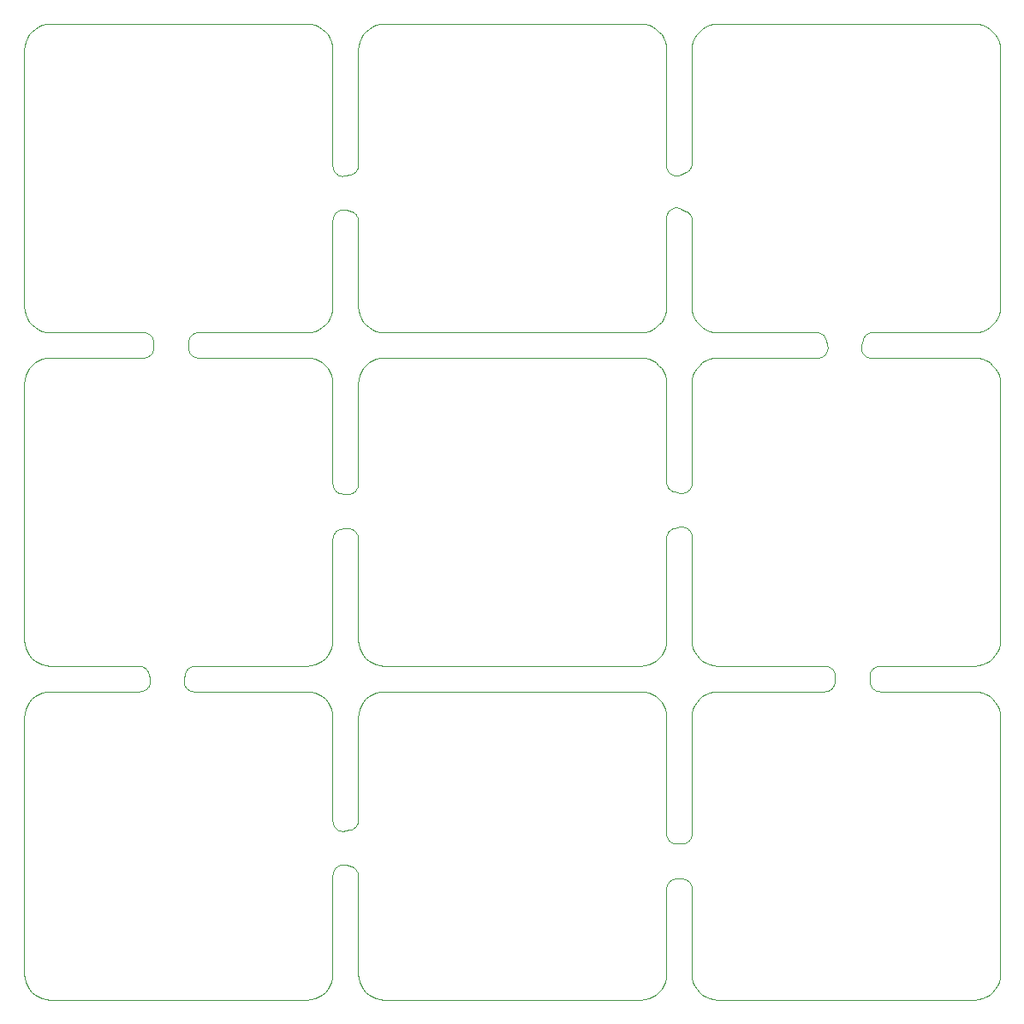
<source format=gko>
%MOIN*%
%OFA0B0*%
%FSLAX44Y44*%
%IPPOS*%
%LPD*%
%ADD10C,0*%
D10*
X00011999Y00023992D02*
X00011999Y00023992D01*
X00011987Y00024148D01*
X00011951Y00024301D01*
X00011891Y00024446D01*
X00011809Y00024579D01*
X00011707Y00024699D01*
X00011587Y00024801D01*
X00011453Y00024883D01*
X00011309Y00024943D01*
X00011156Y00024979D01*
X00011000Y00024992D01*
X00006769Y00024992D01*
X00006737Y00024993D01*
X00006706Y00024997D01*
X00006675Y00025003D01*
X00006645Y00025012D01*
X00006615Y00025023D01*
X00006587Y00025036D01*
X00006559Y00025052D01*
X00006533Y00025070D01*
X00006509Y00025089D01*
X00006486Y00025111D01*
X00006465Y00025135D01*
X00006446Y00025160D01*
X00006429Y00025186D01*
X00006414Y00025214D01*
X00006402Y00025243D01*
X00006391Y00025273D01*
X00006384Y00025303D01*
X00006378Y00025334D01*
X00006375Y00025366D01*
X00006375Y00025397D01*
X00006381Y00025602D01*
X00006383Y00025632D01*
X00006388Y00025662D01*
X00006394Y00025692D01*
X00006403Y00025721D01*
X00006415Y00025749D01*
X00006428Y00025776D01*
X00006443Y00025802D01*
X00006461Y00025827D01*
X00006480Y00025851D01*
X00006501Y00025873D01*
X00006523Y00025893D01*
X00006547Y00025911D01*
X00006573Y00025928D01*
X00006599Y00025942D01*
X00006627Y00025955D01*
X00006655Y00025965D01*
X00006685Y00025973D01*
X00006714Y00025979D01*
X00006744Y00025983D01*
X00006775Y00025984D01*
X00011000Y00025984D01*
X00011156Y00025996D01*
X00011309Y00026033D01*
X00011453Y00026093D01*
X00011587Y00026175D01*
X00011707Y00026277D01*
X00011809Y00026396D01*
X00011891Y00026530D01*
X00011951Y00026675D01*
X00011987Y00026827D01*
X00011999Y00026984D01*
X00011999Y00030356D01*
X00012001Y00030390D01*
X00012006Y00030425D01*
X00012013Y00030459D01*
X00012024Y00030492D01*
X00012037Y00030524D01*
X00012053Y00030554D01*
X00012072Y00030583D01*
X00012093Y00030611D01*
X00012117Y00030636D01*
X00012142Y00030659D01*
X00012170Y00030680D01*
X00012199Y00030698D01*
X00012230Y00030714D01*
X00012262Y00030727D01*
X00012296Y00030737D01*
X00012329Y00030744D01*
X00012364Y00030748D01*
X00012398Y00030749D01*
X00012433Y00030747D01*
X00012467Y00030742D01*
X00012672Y00030703D01*
X00012699Y00030697D01*
X00012725Y00030689D01*
X00012750Y00030680D01*
X00012775Y00030668D01*
X00012799Y00030655D01*
X00012821Y00030641D01*
X00012843Y00030624D01*
X00012864Y00030607D01*
X00012883Y00030588D01*
X00012901Y00030567D01*
X00012918Y00030546D01*
X00012933Y00030523D01*
X00012947Y00030500D01*
X00012958Y00030475D01*
X00012968Y00030450D01*
X00012977Y00030424D01*
X00012983Y00030398D01*
X00012988Y00030371D01*
X00012991Y00030344D01*
X00012992Y00030317D01*
X00012992Y00026984D01*
X00013004Y00026827D01*
X00013041Y00026675D01*
X00013101Y00026530D01*
X00013183Y00026396D01*
X00013285Y00026277D01*
X00013404Y00026175D01*
X00013538Y00026093D01*
X00013683Y00026033D01*
X00013835Y00025996D01*
X00013992Y00025984D01*
X00023992Y00025984D01*
X00024148Y00025996D01*
X00024301Y00026033D01*
X00024446Y00026093D01*
X00024579Y00026175D01*
X00024699Y00026277D01*
X00024801Y00026396D01*
X00024883Y00026530D01*
X00024943Y00026675D01*
X00024979Y00026827D01*
X00024992Y00026984D01*
X00024992Y00030444D01*
X00024994Y00030484D01*
X00025000Y00030524D01*
X00025010Y00030563D01*
X00025024Y00030600D01*
X00025041Y00030636D01*
X00025063Y00030670D01*
X00025087Y00030701D01*
X00025115Y00030730D01*
X00025145Y00030756D01*
X00025178Y00030779D01*
X00025213Y00030798D01*
X00025250Y00030814D01*
X00025288Y00030826D01*
X00025327Y00030834D01*
X00025367Y00030838D01*
X00025407Y00030837D01*
X00025447Y00030833D01*
X00025486Y00030825D01*
X00025524Y00030813D01*
X00025561Y00030797D01*
X00025766Y00030695D01*
X00025785Y00030684D01*
X00025804Y00030673D01*
X00025822Y00030661D01*
X00025839Y00030648D01*
X00025855Y00030633D01*
X00025871Y00030618D01*
X00025886Y00030602D01*
X00025900Y00030585D01*
X00025913Y00030568D01*
X00025925Y00030550D01*
X00025936Y00030531D01*
X00025946Y00030511D01*
X00025954Y00030491D01*
X00025962Y00030471D01*
X00025969Y00030450D01*
X00025974Y00030429D01*
X00025978Y00030408D01*
X00025981Y00030386D01*
X00025983Y00030364D01*
X00025984Y00030342D01*
X00025984Y00026984D01*
X00025996Y00026827D01*
X00026033Y00026675D01*
X00026093Y00026530D01*
X00026175Y00026396D01*
X00026277Y00026277D01*
X00026396Y00026175D01*
X00026530Y00026093D01*
X00026675Y00026033D01*
X00026827Y00025996D01*
X00026984Y00025984D01*
X00030824Y00025984D01*
X00030850Y00025983D01*
X00030876Y00025980D01*
X00030901Y00025976D01*
X00030927Y00025970D01*
X00030951Y00025963D01*
X00030975Y00025954D01*
X00030999Y00025943D01*
X00031022Y00025931D01*
X00031044Y00025917D01*
X00031065Y00025902D01*
X00031085Y00025885D01*
X00031103Y00025868D01*
X00031121Y00025849D01*
X00031137Y00025829D01*
X00031152Y00025808D01*
X00031166Y00025786D01*
X00031178Y00025763D01*
X00031189Y00025739D01*
X00031198Y00025715D01*
X00031205Y00025690D01*
X00031259Y00025486D01*
X00031266Y00025450D01*
X00031271Y00025415D01*
X00031272Y00025379D01*
X00031270Y00025343D01*
X00031264Y00025307D01*
X00031255Y00025272D01*
X00031243Y00025238D01*
X00031228Y00025206D01*
X00031211Y00025174D01*
X00031190Y00025145D01*
X00031167Y00025117D01*
X00031141Y00025092D01*
X00031113Y00025069D01*
X00031083Y00025049D01*
X00031052Y00025032D01*
X00031019Y00025018D01*
X00030985Y00025006D01*
X00030950Y00024998D01*
X00030914Y00024993D01*
X00030878Y00024992D01*
X00026984Y00024992D01*
X00026827Y00024979D01*
X00026675Y00024943D01*
X00026530Y00024883D01*
X00026396Y00024801D01*
X00026277Y00024699D01*
X00026175Y00024579D01*
X00026093Y00024446D01*
X00026033Y00024301D01*
X00025996Y00024148D01*
X00025984Y00023992D01*
X00025984Y00020118D01*
X00025982Y00020083D01*
X00025978Y00020048D01*
X00025970Y00020014D01*
X00025959Y00019981D01*
X00025946Y00019949D01*
X00025930Y00019918D01*
X00025911Y00019889D01*
X00025889Y00019861D01*
X00025865Y00019836D01*
X00025839Y00019813D01*
X00025811Y00019792D01*
X00025782Y00019774D01*
X00025751Y00019758D01*
X00025718Y00019745D01*
X00025685Y00019735D01*
X00025651Y00019729D01*
X00025616Y00019725D01*
X00025581Y00019724D01*
X00025546Y00019726D01*
X00025512Y00019732D01*
X00025307Y00019773D01*
X00025281Y00019779D01*
X00025255Y00019787D01*
X00025230Y00019797D01*
X00025206Y00019809D01*
X00025182Y00019822D01*
X00025159Y00019837D01*
X00025138Y00019853D01*
X00025117Y00019870D01*
X00025098Y00019890D01*
X00025081Y00019910D01*
X00025064Y00019931D01*
X00025049Y00019954D01*
X00025036Y00019977D01*
X00025024Y00020002D01*
X00025015Y00020027D01*
X00025006Y00020052D01*
X00025000Y00020079D01*
X00024995Y00020105D01*
X00024993Y00020132D01*
X00024992Y00020159D01*
X00024992Y00023992D01*
X00024979Y00024148D01*
X00024943Y00024301D01*
X00024883Y00024446D01*
X00024801Y00024579D01*
X00024699Y00024699D01*
X00024579Y00024801D01*
X00024446Y00024883D01*
X00024301Y00024943D01*
X00024148Y00024979D01*
X00023992Y00024992D01*
X00013992Y00024992D01*
X00013835Y00024979D01*
X00013683Y00024943D01*
X00013538Y00024883D01*
X00013404Y00024801D01*
X00013285Y00024699D01*
X00013183Y00024579D01*
X00013101Y00024446D01*
X00013041Y00024301D01*
X00013004Y00024148D01*
X00012992Y00023992D01*
X00012992Y00020084D01*
X00012990Y00020052D01*
X00012987Y00020021D01*
X00012980Y00019990D01*
X00012971Y00019959D01*
X00012960Y00019929D01*
X00012947Y00019901D01*
X00012931Y00019873D01*
X00012913Y00019847D01*
X00012893Y00019823D01*
X00012871Y00019800D01*
X00012847Y00019779D01*
X00012821Y00019760D01*
X00012795Y00019743D01*
X00012767Y00019728D01*
X00012737Y00019716D01*
X00012707Y00019706D01*
X00012676Y00019698D01*
X00012645Y00019693D01*
X00012614Y00019690D01*
X00012582Y00019690D01*
X00012377Y00019699D01*
X00012347Y00019701D01*
X00012317Y00019706D01*
X00012288Y00019713D01*
X00012259Y00019722D01*
X00012231Y00019733D01*
X00012205Y00019747D01*
X00012179Y00019762D01*
X00012154Y00019779D01*
X00012131Y00019799D01*
X00012109Y00019820D01*
X00012089Y00019842D01*
X00012071Y00019866D01*
X00012055Y00019891D01*
X00012040Y00019918D01*
X00012028Y00019945D01*
X00012018Y00019974D01*
X00012010Y00020003D01*
X00012004Y00020032D01*
X00012001Y00020062D01*
X00011999Y00020092D01*
X00011999Y00023992D01*
X00011999Y00011000D02*
X00011999Y00011000D01*
X00011987Y00011156D01*
X00011951Y00011309D01*
X00011891Y00011453D01*
X00011809Y00011587D01*
X00011707Y00011707D01*
X00011587Y00011809D01*
X00011453Y00011891D01*
X00011309Y00011951D01*
X00011156Y00011987D01*
X00011000Y00012000D01*
X00006597Y00012000D01*
X00006562Y00012001D01*
X00006528Y00012006D01*
X00006494Y00012013D01*
X00006461Y00012024D01*
X00006429Y00012037D01*
X00006398Y00012053D01*
X00006369Y00012072D01*
X00006342Y00012093D01*
X00006317Y00012117D01*
X00006293Y00012142D01*
X00006272Y00012170D01*
X00006254Y00012199D01*
X00006238Y00012230D01*
X00006225Y00012262D01*
X00006215Y00012296D01*
X00006208Y00012329D01*
X00006204Y00012364D01*
X00006203Y00012399D01*
X00006205Y00012433D01*
X00006210Y00012467D01*
X00006249Y00012672D01*
X00006255Y00012699D01*
X00006263Y00012725D01*
X00006273Y00012750D01*
X00006284Y00012775D01*
X00006297Y00012799D01*
X00006312Y00012821D01*
X00006328Y00012843D01*
X00006346Y00012864D01*
X00006365Y00012883D01*
X00006385Y00012901D01*
X00006407Y00012918D01*
X00006429Y00012933D01*
X00006453Y00012947D01*
X00006478Y00012958D01*
X00006503Y00012968D01*
X00006529Y00012977D01*
X00006555Y00012983D01*
X00006582Y00012988D01*
X00006609Y00012991D01*
X00006636Y00012992D01*
X00011000Y00012992D01*
X00011156Y00013004D01*
X00011309Y00013041D01*
X00011453Y00013101D01*
X00011587Y00013183D01*
X00011707Y00013285D01*
X00011809Y00013404D01*
X00011891Y00013538D01*
X00011951Y00013683D01*
X00011987Y00013835D01*
X00011999Y00013992D01*
X00011999Y00017940D01*
X00012001Y00017970D01*
X00012004Y00018000D01*
X00012010Y00018030D01*
X00012018Y00018059D01*
X00012028Y00018087D01*
X00012040Y00018115D01*
X00012055Y00018141D01*
X00012071Y00018166D01*
X00012089Y00018190D01*
X00012109Y00018213D01*
X00012131Y00018234D01*
X00012154Y00018253D01*
X00012179Y00018270D01*
X00012205Y00018286D01*
X00012231Y00018299D01*
X00012259Y00018310D01*
X00012288Y00018320D01*
X00012317Y00018326D01*
X00012347Y00018331D01*
X00012377Y00018334D01*
X00012582Y00018342D01*
X00012614Y00018342D01*
X00012645Y00018339D01*
X00012676Y00018334D01*
X00012707Y00018327D01*
X00012737Y00018317D01*
X00012767Y00018304D01*
X00012795Y00018290D01*
X00012821Y00018273D01*
X00012847Y00018254D01*
X00012871Y00018233D01*
X00012893Y00018210D01*
X00012913Y00018185D01*
X00012931Y00018159D01*
X00012947Y00018132D01*
X00012960Y00018103D01*
X00012971Y00018073D01*
X00012980Y00018043D01*
X00012987Y00018012D01*
X00012990Y00017980D01*
X00012992Y00017949D01*
X00012992Y00013992D01*
X00013004Y00013835D01*
X00013041Y00013683D01*
X00013101Y00013538D01*
X00013183Y00013404D01*
X00013285Y00013285D01*
X00013404Y00013183D01*
X00013538Y00013101D01*
X00013683Y00013041D01*
X00013835Y00013004D01*
X00013992Y00012992D01*
X00023992Y00012992D01*
X00024148Y00013004D01*
X00024301Y00013041D01*
X00024446Y00013101D01*
X00024579Y00013183D01*
X00024699Y00013285D01*
X00024801Y00013404D01*
X00024883Y00013538D01*
X00024943Y00013683D01*
X00024979Y00013835D01*
X00024992Y00013992D01*
X00024992Y00017976D01*
X00024993Y00018003D01*
X00024995Y00018030D01*
X00025000Y00018056D01*
X00025006Y00018083D01*
X00025015Y00018108D01*
X00025024Y00018133D01*
X00025036Y00018158D01*
X00025049Y00018181D01*
X00025064Y00018204D01*
X00025081Y00018225D01*
X00025098Y00018246D01*
X00025117Y00018265D01*
X00025138Y00018282D01*
X00025159Y00018299D01*
X00025182Y00018313D01*
X00025206Y00018326D01*
X00025230Y00018338D01*
X00025255Y00018348D01*
X00025281Y00018356D01*
X00025307Y00018362D01*
X00025512Y00018403D01*
X00025546Y00018409D01*
X00025581Y00018411D01*
X00025616Y00018410D01*
X00025651Y00018407D01*
X00025685Y00018400D01*
X00025718Y00018390D01*
X00025751Y00018377D01*
X00025782Y00018361D01*
X00025811Y00018343D01*
X00025839Y00018322D01*
X00025865Y00018299D01*
X00025889Y00018274D01*
X00025911Y00018246D01*
X00025930Y00018217D01*
X00025946Y00018186D01*
X00025959Y00018154D01*
X00025970Y00018121D01*
X00025978Y00018087D01*
X00025982Y00018052D01*
X00025984Y00018018D01*
X00025984Y00013992D01*
X00025996Y00013835D01*
X00026033Y00013683D01*
X00026093Y00013538D01*
X00026175Y00013404D01*
X00026277Y00013285D01*
X00026396Y00013183D01*
X00026530Y00013101D01*
X00026675Y00013041D01*
X00026827Y00013004D01*
X00026984Y00012992D01*
X00031162Y00012992D01*
X00031194Y00012990D01*
X00031225Y00012987D01*
X00031256Y00012980D01*
X00031287Y00012971D01*
X00031316Y00012960D01*
X00031345Y00012946D01*
X00031372Y00012931D01*
X00031399Y00012913D01*
X00031423Y00012893D01*
X00031446Y00012871D01*
X00031467Y00012847D01*
X00031486Y00012821D01*
X00031503Y00012795D01*
X00031518Y00012767D01*
X00031530Y00012737D01*
X00031540Y00012707D01*
X00031548Y00012676D01*
X00031553Y00012645D01*
X00031555Y00012614D01*
X00031555Y00012582D01*
X00031547Y00012377D01*
X00031545Y00012347D01*
X00031540Y00012317D01*
X00031533Y00012288D01*
X00031524Y00012259D01*
X00031513Y00012231D01*
X00031499Y00012205D01*
X00031484Y00012179D01*
X00031466Y00012154D01*
X00031447Y00012131D01*
X00031426Y00012109D01*
X00031404Y00012089D01*
X00031380Y00012071D01*
X00031355Y00012055D01*
X00031328Y00012040D01*
X00031301Y00012028D01*
X00031272Y00012018D01*
X00031243Y00012010D01*
X00031214Y00012004D01*
X00031184Y00012001D01*
X00031154Y00012000D01*
X00026984Y00012000D01*
X00026827Y00011987D01*
X00026675Y00011951D01*
X00026530Y00011891D01*
X00026396Y00011809D01*
X00026277Y00011707D01*
X00026175Y00011587D01*
X00026093Y00011453D01*
X00026033Y00011309D01*
X00025996Y00011156D01*
X00025984Y00011000D01*
X00025984Y00006466D01*
X00025983Y00006436D01*
X00025979Y00006406D01*
X00025973Y00006376D01*
X00025965Y00006347D01*
X00025955Y00006318D01*
X00025942Y00006291D01*
X00025928Y00006264D01*
X00025911Y00006239D01*
X00025893Y00006215D01*
X00025873Y00006192D01*
X00025851Y00006171D01*
X00025827Y00006152D01*
X00025802Y00006135D01*
X00025776Y00006119D01*
X00025749Y00006106D01*
X00025721Y00006095D01*
X00025692Y00006086D01*
X00025662Y00006079D01*
X00025632Y00006075D01*
X00025602Y00006073D01*
X00025397Y00006067D01*
X00025366Y00006067D01*
X00025334Y00006070D01*
X00025303Y00006075D01*
X00025273Y00006083D01*
X00025243Y00006093D01*
X00025214Y00006106D01*
X00025186Y00006120D01*
X00025160Y00006137D01*
X00025135Y00006157D01*
X00025111Y00006178D01*
X00025089Y00006200D01*
X00025070Y00006225D01*
X00025052Y00006251D01*
X00025036Y00006278D01*
X00025023Y00006307D01*
X00025012Y00006336D01*
X00025003Y00006366D01*
X00024997Y00006397D01*
X00024993Y00006429D01*
X00024992Y00006460D01*
X00024992Y00011000D01*
X00024979Y00011156D01*
X00024943Y00011309D01*
X00024883Y00011453D01*
X00024801Y00011587D01*
X00024699Y00011707D01*
X00024579Y00011809D01*
X00024446Y00011891D01*
X00024301Y00011951D01*
X00024148Y00011987D01*
X00023992Y00012000D01*
X00013992Y00012000D01*
X00013835Y00011987D01*
X00013683Y00011951D01*
X00013538Y00011891D01*
X00013404Y00011809D01*
X00013285Y00011707D01*
X00013183Y00011587D01*
X00013101Y00011453D01*
X00013041Y00011309D01*
X00013004Y00011156D01*
X00012992Y00011000D01*
X00012992Y00006996D01*
X00012991Y00006969D01*
X00012988Y00006942D01*
X00012983Y00006915D01*
X00012977Y00006889D01*
X00012968Y00006863D01*
X00012958Y00006837D01*
X00012947Y00006813D01*
X00012933Y00006789D01*
X00012918Y00006767D01*
X00012901Y00006745D01*
X00012883Y00006725D01*
X00012864Y00006706D01*
X00012843Y00006688D01*
X00012821Y00006672D01*
X00012799Y00006657D01*
X00012775Y00006644D01*
X00012750Y00006633D01*
X00012725Y00006623D01*
X00012699Y00006615D01*
X00012672Y00006609D01*
X00012467Y00006570D01*
X00012433Y00006565D01*
X00012398Y00006563D01*
X00012364Y00006564D01*
X00012329Y00006568D01*
X00012296Y00006575D01*
X00012262Y00006585D01*
X00012230Y00006598D01*
X00012199Y00006614D01*
X00012170Y00006632D01*
X00012142Y00006653D01*
X00012117Y00006676D01*
X00012093Y00006702D01*
X00012072Y00006729D01*
X00012053Y00006758D01*
X00012037Y00006789D01*
X00012024Y00006821D01*
X00012013Y00006854D01*
X00012006Y00006888D01*
X00012001Y00006922D01*
X00011999Y00006957D01*
X00011999Y00011000D01*
X00000999Y00000000D02*
X00000999Y00000000D01*
X00011000Y00000000D01*
X00011156Y00000012D01*
X00011309Y00000048D01*
X00011453Y00000108D01*
X00011587Y00000190D01*
X00011707Y00000292D01*
X00011809Y00000412D01*
X00011891Y00000546D01*
X00011951Y00000690D01*
X00011987Y00000843D01*
X00011999Y00001000D01*
X00011999Y00004854D01*
X00012001Y00004889D01*
X00012006Y00004923D01*
X00012013Y00004957D01*
X00012024Y00004990D01*
X00012037Y00005022D01*
X00012053Y00005053D01*
X00012072Y00005082D01*
X00012093Y00005109D01*
X00012117Y00005135D01*
X00012142Y00005158D01*
X00012170Y00005179D01*
X00012199Y00005197D01*
X00012230Y00005213D01*
X00012262Y00005226D01*
X00012296Y00005236D01*
X00012329Y00005243D01*
X00012364Y00005247D01*
X00012398Y00005248D01*
X00012433Y00005246D01*
X00012467Y00005241D01*
X00012672Y00005202D01*
X00012699Y00005196D01*
X00012725Y00005188D01*
X00012750Y00005178D01*
X00012775Y00005167D01*
X00012799Y00005154D01*
X00012821Y00005139D01*
X00012843Y00005123D01*
X00012864Y00005105D01*
X00012883Y00005086D01*
X00012901Y00005066D01*
X00012918Y00005044D01*
X00012933Y00005022D01*
X00012947Y00004998D01*
X00012958Y00004974D01*
X00012968Y00004948D01*
X00012977Y00004922D01*
X00012983Y00004896D01*
X00012988Y00004869D01*
X00012991Y00004842D01*
X00012992Y00004815D01*
X00012992Y00001000D01*
X00013004Y00000843D01*
X00013041Y00000690D01*
X00013101Y00000546D01*
X00013183Y00000412D01*
X00013285Y00000292D01*
X00013404Y00000190D01*
X00013538Y00000108D01*
X00013683Y00000048D01*
X00013835Y00000012D01*
X00013992Y00000000D01*
X00023992Y00000000D01*
X00024148Y00000012D01*
X00024301Y00000048D01*
X00024446Y00000108D01*
X00024579Y00000190D01*
X00024699Y00000292D01*
X00024801Y00000412D01*
X00024883Y00000546D01*
X00024943Y00000690D01*
X00024979Y00000843D01*
X00024992Y00001000D01*
X00024992Y00004323D01*
X00024993Y00004354D01*
X00024997Y00004385D01*
X00025003Y00004416D01*
X00025012Y00004446D01*
X00025023Y00004476D01*
X00025036Y00004504D01*
X00025052Y00004532D01*
X00025070Y00004558D01*
X00025089Y00004582D01*
X00025111Y00004605D01*
X00025135Y00004626D01*
X00025160Y00004645D01*
X00025186Y00004662D01*
X00025214Y00004677D01*
X00025243Y00004690D01*
X00025273Y00004700D01*
X00025303Y00004708D01*
X00025334Y00004713D01*
X00025366Y00004716D01*
X00025397Y00004716D01*
X00025602Y00004710D01*
X00025632Y00004708D01*
X00025662Y00004703D01*
X00025692Y00004697D01*
X00025721Y00004688D01*
X00025749Y00004677D01*
X00025776Y00004663D01*
X00025802Y00004648D01*
X00025827Y00004631D01*
X00025851Y00004611D01*
X00025873Y00004591D01*
X00025893Y00004568D01*
X00025911Y00004544D01*
X00025928Y00004519D01*
X00025942Y00004492D01*
X00025955Y00004464D01*
X00025965Y00004436D01*
X00025973Y00004407D01*
X00025979Y00004377D01*
X00025983Y00004347D01*
X00025984Y00004316D01*
X00025984Y00001000D01*
X00025996Y00000843D01*
X00026033Y00000690D01*
X00026093Y00000546D01*
X00026175Y00000412D01*
X00026277Y00000292D01*
X00026396Y00000190D01*
X00026530Y00000108D01*
X00026675Y00000048D01*
X00026827Y00000012D01*
X00026984Y00000000D01*
X00036984Y00000000D01*
X00037140Y00000012D01*
X00037293Y00000048D01*
X00037438Y00000108D01*
X00037572Y00000190D01*
X00037691Y00000292D01*
X00037793Y00000412D01*
X00037875Y00000546D01*
X00037935Y00000690D01*
X00037971Y00000843D01*
X00037984Y00001000D01*
X00037984Y00011000D01*
X00037971Y00011156D01*
X00037935Y00011309D01*
X00037875Y00011453D01*
X00037793Y00011587D01*
X00037691Y00011707D01*
X00037572Y00011809D01*
X00037438Y00011891D01*
X00037293Y00011951D01*
X00037140Y00011987D01*
X00036984Y00012000D01*
X00033306Y00012000D01*
X00033276Y00012001D01*
X00033246Y00012004D01*
X00033216Y00012010D01*
X00033187Y00012018D01*
X00033159Y00012028D01*
X00033131Y00012040D01*
X00033105Y00012055D01*
X00033079Y00012071D01*
X00033056Y00012089D01*
X00033033Y00012109D01*
X00033012Y00012131D01*
X00032993Y00012154D01*
X00032976Y00012179D01*
X00032960Y00012205D01*
X00032947Y00012231D01*
X00032935Y00012259D01*
X00032926Y00012288D01*
X00032919Y00012317D01*
X00032915Y00012347D01*
X00032912Y00012377D01*
X00032904Y00012582D01*
X00032904Y00012614D01*
X00032906Y00012645D01*
X00032912Y00012676D01*
X00032919Y00012707D01*
X00032929Y00012737D01*
X00032942Y00012767D01*
X00032956Y00012795D01*
X00032973Y00012821D01*
X00032992Y00012847D01*
X00033013Y00012871D01*
X00033036Y00012893D01*
X00033061Y00012913D01*
X00033087Y00012931D01*
X00033114Y00012946D01*
X00033143Y00012960D01*
X00033173Y00012971D01*
X00033203Y00012980D01*
X00033234Y00012987D01*
X00033266Y00012990D01*
X00033297Y00012992D01*
X00036984Y00012992D01*
X00037140Y00013004D01*
X00037293Y00013041D01*
X00037438Y00013101D01*
X00037572Y00013183D01*
X00037691Y00013285D01*
X00037793Y00013404D01*
X00037875Y00013538D01*
X00037935Y00013683D01*
X00037971Y00013835D01*
X00037984Y00013992D01*
X00037984Y00023992D01*
X00037971Y00024148D01*
X00037935Y00024301D01*
X00037875Y00024446D01*
X00037793Y00024579D01*
X00037691Y00024699D01*
X00037572Y00024801D01*
X00037438Y00024883D01*
X00037293Y00024943D01*
X00037140Y00024979D01*
X00036984Y00024992D01*
X00032964Y00024992D01*
X00032928Y00024993D01*
X00032893Y00024998D01*
X00032858Y00025006D01*
X00032823Y00025018D01*
X00032790Y00025032D01*
X00032759Y00025049D01*
X00032729Y00025069D01*
X00032701Y00025092D01*
X00032676Y00025117D01*
X00032652Y00025145D01*
X00032632Y00025174D01*
X00032614Y00025206D01*
X00032599Y00025238D01*
X00032587Y00025272D01*
X00032578Y00025307D01*
X00032573Y00025343D01*
X00032571Y00025379D01*
X00032572Y00025415D01*
X00032576Y00025450D01*
X00032583Y00025486D01*
X00032637Y00025690D01*
X00032645Y00025715D01*
X00032654Y00025739D01*
X00032664Y00025763D01*
X00032676Y00025786D01*
X00032690Y00025808D01*
X00032705Y00025829D01*
X00032721Y00025849D01*
X00032739Y00025868D01*
X00032758Y00025885D01*
X00032778Y00025902D01*
X00032799Y00025917D01*
X00032821Y00025931D01*
X00032843Y00025943D01*
X00032867Y00025954D01*
X00032891Y00025963D01*
X00032916Y00025970D01*
X00032941Y00025976D01*
X00032966Y00025980D01*
X00032992Y00025983D01*
X00033018Y00025984D01*
X00036984Y00025984D01*
X00037140Y00025996D01*
X00037293Y00026033D01*
X00037438Y00026093D01*
X00037572Y00026175D01*
X00037691Y00026277D01*
X00037793Y00026396D01*
X00037875Y00026530D01*
X00037935Y00026675D01*
X00037971Y00026827D01*
X00037984Y00026984D01*
X00037984Y00036984D01*
X00037971Y00037140D01*
X00037935Y00037293D01*
X00037875Y00037438D01*
X00037793Y00037572D01*
X00037691Y00037691D01*
X00037572Y00037793D01*
X00037438Y00037875D01*
X00037293Y00037935D01*
X00037140Y00037971D01*
X00036984Y00037984D01*
X00026984Y00037984D01*
X00026827Y00037971D01*
X00026675Y00037935D01*
X00026530Y00037875D01*
X00026396Y00037793D01*
X00026277Y00037691D01*
X00026175Y00037572D01*
X00026093Y00037438D01*
X00026033Y00037293D01*
X00025996Y00037140D01*
X00025984Y00036984D01*
X00025984Y00032574D01*
X00025983Y00032553D01*
X00025981Y00032531D01*
X00025978Y00032509D01*
X00025974Y00032488D01*
X00025969Y00032467D01*
X00025962Y00032446D01*
X00025954Y00032426D01*
X00025946Y00032406D01*
X00025936Y00032386D01*
X00025925Y00032367D01*
X00025913Y00032349D01*
X00025900Y00032332D01*
X00025886Y00032315D01*
X00025871Y00032299D01*
X00025855Y00032284D01*
X00025839Y00032269D01*
X00025822Y00032256D01*
X00025804Y00032244D01*
X00025785Y00032232D01*
X00025766Y00032222D01*
X00025561Y00032120D01*
X00025524Y00032104D01*
X00025486Y00032092D01*
X00025447Y00032084D01*
X00025407Y00032079D01*
X00025367Y00032079D01*
X00025327Y00032083D01*
X00025288Y00032091D01*
X00025250Y00032103D01*
X00025213Y00032118D01*
X00025178Y00032138D01*
X00025145Y00032160D01*
X00025115Y00032186D01*
X00025087Y00032215D01*
X00025063Y00032247D01*
X00025041Y00032281D01*
X00025024Y00032317D01*
X00025010Y00032354D01*
X00025000Y00032393D01*
X00024994Y00032433D01*
X00024992Y00032472D01*
X00024992Y00036984D01*
X00024979Y00037140D01*
X00024943Y00037293D01*
X00024883Y00037438D01*
X00024801Y00037572D01*
X00024699Y00037691D01*
X00024579Y00037793D01*
X00024446Y00037875D01*
X00024301Y00037935D01*
X00024148Y00037971D01*
X00023992Y00037984D01*
X00013992Y00037984D01*
X00013835Y00037971D01*
X00013683Y00037935D01*
X00013538Y00037875D01*
X00013404Y00037793D01*
X00013285Y00037691D01*
X00013183Y00037572D01*
X00013101Y00037438D01*
X00013041Y00037293D01*
X00013004Y00037140D01*
X00012992Y00036984D01*
X00012992Y00032498D01*
X00012991Y00032470D01*
X00012988Y00032443D01*
X00012983Y00032417D01*
X00012977Y00032390D01*
X00012968Y00032364D01*
X00012958Y00032339D01*
X00012947Y00032314D01*
X00012933Y00032291D01*
X00012918Y00032268D01*
X00012901Y00032247D01*
X00012883Y00032226D01*
X00012864Y00032207D01*
X00012843Y00032190D01*
X00012821Y00032173D01*
X00012799Y00032159D01*
X00012775Y00032146D01*
X00012750Y00032134D01*
X00012725Y00032125D01*
X00012699Y00032117D01*
X00012672Y00032111D01*
X00012467Y00032072D01*
X00012433Y00032067D01*
X00012398Y00032065D01*
X00012364Y00032066D01*
X00012329Y00032070D01*
X00012296Y00032077D01*
X00012262Y00032087D01*
X00012230Y00032100D01*
X00012199Y00032116D01*
X00012170Y00032134D01*
X00012142Y00032155D01*
X00012117Y00032178D01*
X00012093Y00032203D01*
X00012072Y00032231D01*
X00012053Y00032260D01*
X00012037Y00032291D01*
X00012024Y00032322D01*
X00012013Y00032355D01*
X00012006Y00032389D01*
X00012001Y00032424D01*
X00011999Y00032458D01*
X00011999Y00036984D01*
X00011987Y00037140D01*
X00011951Y00037293D01*
X00011891Y00037438D01*
X00011809Y00037572D01*
X00011707Y00037691D01*
X00011587Y00037793D01*
X00011453Y00037875D01*
X00011309Y00037935D01*
X00011156Y00037971D01*
X00011000Y00037984D01*
X00000999Y00037984D01*
X00000843Y00037971D01*
X00000690Y00037935D01*
X00000546Y00037875D01*
X00000412Y00037793D01*
X00000292Y00037691D01*
X00000190Y00037572D01*
X00000108Y00037438D01*
X00000048Y00037293D01*
X00000012Y00037140D01*
X00000000Y00036984D01*
X00000000Y00026984D01*
X00000012Y00026827D01*
X00000048Y00026675D01*
X00000108Y00026530D01*
X00000190Y00026396D01*
X00000292Y00026277D01*
X00000412Y00026175D01*
X00000546Y00026093D01*
X00000690Y00026033D01*
X00000843Y00025996D01*
X00000999Y00025984D01*
X00004625Y00025984D01*
X00004655Y00025983D01*
X00004685Y00025979D01*
X00004715Y00025973D01*
X00004744Y00025965D01*
X00004773Y00025955D01*
X00004800Y00025942D01*
X00004827Y00025928D01*
X00004852Y00025911D01*
X00004876Y00025893D01*
X00004899Y00025873D01*
X00004920Y00025851D01*
X00004939Y00025827D01*
X00004956Y00025802D01*
X00004972Y00025776D01*
X00004985Y00025749D01*
X00004996Y00025721D01*
X00005005Y00025692D01*
X00005012Y00025662D01*
X00005016Y00025632D01*
X00005018Y00025602D01*
X00005025Y00025397D01*
X00005024Y00025366D01*
X00005021Y00025334D01*
X00005016Y00025303D01*
X00005008Y00025273D01*
X00004998Y00025243D01*
X00004986Y00025214D01*
X00004971Y00025186D01*
X00004954Y00025160D01*
X00004935Y00025135D01*
X00004914Y00025111D01*
X00004891Y00025089D01*
X00004866Y00025070D01*
X00004840Y00025052D01*
X00004813Y00025036D01*
X00004784Y00025023D01*
X00004755Y00025012D01*
X00004725Y00025003D01*
X00004694Y00024997D01*
X00004663Y00024993D01*
X00004631Y00024992D01*
X00000999Y00024992D01*
X00000843Y00024979D01*
X00000690Y00024943D01*
X00000546Y00024883D01*
X00000412Y00024801D01*
X00000292Y00024699D01*
X00000190Y00024579D01*
X00000108Y00024446D01*
X00000048Y00024301D01*
X00000012Y00024148D01*
X00000000Y00023992D01*
X00000000Y00013992D01*
X00000012Y00013835D01*
X00000048Y00013683D01*
X00000108Y00013538D01*
X00000190Y00013404D01*
X00000292Y00013285D01*
X00000412Y00013183D01*
X00000546Y00013101D01*
X00000690Y00013041D01*
X00000843Y00013004D01*
X00000999Y00012992D01*
X00004455Y00012992D01*
X00004482Y00012991D01*
X00004509Y00012988D01*
X00004536Y00012983D01*
X00004562Y00012977D01*
X00004588Y00012968D01*
X00004614Y00012958D01*
X00004638Y00012947D01*
X00004662Y00012933D01*
X00004684Y00012918D01*
X00004706Y00012901D01*
X00004726Y00012883D01*
X00004745Y00012864D01*
X00004763Y00012843D01*
X00004779Y00012821D01*
X00004794Y00012799D01*
X00004807Y00012775D01*
X00004818Y00012750D01*
X00004828Y00012725D01*
X00004836Y00012699D01*
X00004842Y00012672D01*
X00004881Y00012467D01*
X00004886Y00012433D01*
X00004888Y00012399D01*
X00004887Y00012364D01*
X00004883Y00012329D01*
X00004876Y00012296D01*
X00004866Y00012262D01*
X00004853Y00012230D01*
X00004837Y00012199D01*
X00004819Y00012170D01*
X00004798Y00012142D01*
X00004775Y00012117D01*
X00004749Y00012093D01*
X00004722Y00012072D01*
X00004693Y00012053D01*
X00004662Y00012037D01*
X00004630Y00012024D01*
X00004597Y00012013D01*
X00004563Y00012006D01*
X00004529Y00012001D01*
X00004494Y00012000D01*
X00000999Y00012000D01*
X00000843Y00011987D01*
X00000690Y00011951D01*
X00000546Y00011891D01*
X00000412Y00011809D01*
X00000292Y00011707D01*
X00000190Y00011587D01*
X00000108Y00011453D01*
X00000048Y00011309D01*
X00000012Y00011156D01*
X00000000Y00011000D01*
X00000000Y00001000D01*
X00000012Y00000843D01*
X00000048Y00000690D01*
X00000108Y00000546D01*
X00000190Y00000412D01*
X00000292Y00000292D01*
X00000412Y00000190D01*
X00000546Y00000108D01*
X00000690Y00000048D01*
X00000843Y00000012D01*
X00000999Y00000000D01*
M02*
</source>
